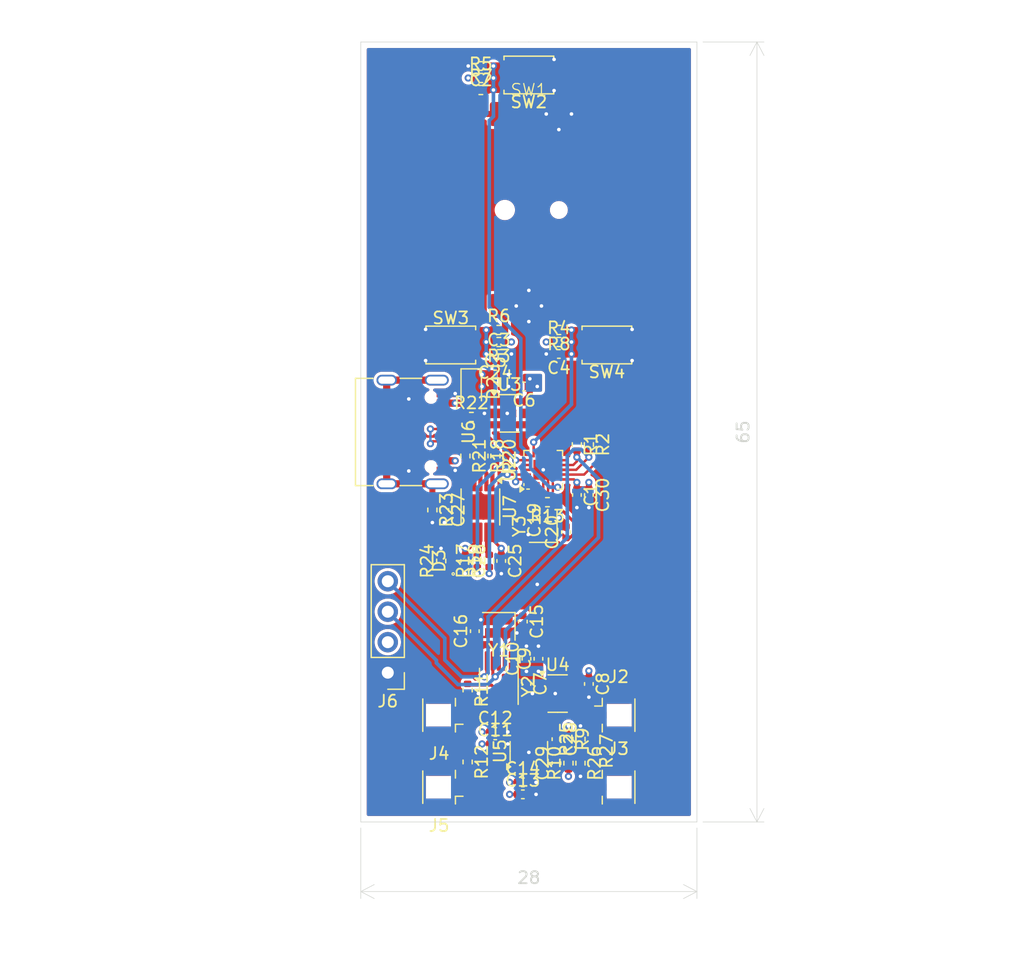
<source format=kicad_pcb>
(kicad_pcb (version 20241229) (generator "pcbnew") (generator_version "9.0")
  (layers (0 "F.Cu" signal) (4 "In1.Cu" signal) (6 "In2.Cu" signal) (2 "B.Cu" signal) (13 "F.Paste" user) (15 "B.Paste" user) (5 "F.SilkS" user "F.Silkscreen") (7 "B.SilkS" user "B.Silkscreen") (1 "F.Mask" user) (3 "B.Mask" user) (25 "Edge.Cuts" user))
  (net 0 "")
  (net 1 "GND")
  (net 2 "+5V")
  (net 3 "/A")
  (net 4 "/B")
  (net 5 "+3V3")
  (net 6 "+1V8")
  (net 7 "Net-(Y2-XA)")
  (net 8 "Net-(Y2-XB)")
  (net 9 "Net-(U2-PA1)")
  (net 10 "Net-(C20-Pad1)")
  (net 11 "Net-(U2-PA2)")
  (net 15 "Net-(U6-SHIELD)")
  (net 16 "Net-(D2-A)")
  (net 17 "Net-(D3-K)")
  (net 18 "Net-(D3-A)")
  (net 19 "/SDA")
  (net 24 "Net-(J2-In)")
  (net 25 "Net-(J3-In)")
  (net 26 "Net-(J4-In)")
  (net 27 "Net-(J5-In)")
  (net 28 "/SCL")
  (net 29 "/I2C_EN")
  (net 30 "Net-(R6-Pad2)")
  (net 31 "Net-(R7-Pad1)")
  (net 32 "Net-(R8-Pad2)")
  (net 33 "Net-(U5-Y)")
  (net 34 "Net-(U5-Z)")
  (net 35 "Net-(Y2-CLK1)")
  (net 36 "Net-(Y2-CLK2)")
  (net 37 "/UART/TX")
  (net 38 "/RX")
  (net 39 "/UART/UD_N")
  (net 40 "/UART/USB_N")
  (net 41 "/TX")
  (net 42 "/UART/RX")
  (net 43 "/UART/USB_P")
  (net 44 "/UART/UD_P")
  (net 45 "Net-(U6-CC2)")
  (net 46 "Net-(U6-CC1)")
  (net 47 "/BTN")
  (net 51 "Net-(U5-D)")
  (footprint "Capacitor_SMD:C_0402_1005Metric" (layer "F.Cu") (at 101.799999 82.4 90)
    (property "Reference" "C9")
    (property "Value" "100n")
  )
  (footprint "Resistor_SMD:R_0402_1005Metric" (layer "F.Cu") (at 104.299999 91.1 90)
    (property "Reference" "R10")
    (property "Value" "2k2")
  )
  (footprint "Resistor_SMD:R_0402_1005Metric" (layer "F.Cu") (at 103.5 56)
    (property "Reference" "R4")
    (property "Value" "10k")
  )
  (footprint "Capacitor_SMD:C_0402_1005Metric" (layer "F.Cu") (at 98.2 58.709998)
    (property "Reference" "C5")
    (property "Value" "1u")
  )
  (footprint "Capacitor_SMD:C_0402_1005Metric" (layer "F.Cu") (at 103.5 57 180)
    (property "Reference" "C4")
    (property "Value" "10n")
  )
  (footprint "Package_DFN_QFN:QFN-20-1EP_3x3mm_P0.4mm_EP1.65x1.65mm" (layer "F.Cu") (at 102.2 66.65 90)
    (property "Reference" "U2")
    (property "Value" "CH32V003FxUx")
  )
  (footprint "Capacitor_SMD:C_0402_1005Metric" (layer "F.Cu") (at 103.299999 89.1 -90)
    (property "Reference" "C28")
    (property "Value" "100n")
  )
  (footprint "Capacitor_SMD:C_0402_1005Metric" (layer "F.Cu") (at 100.799999 82.4 90)
    (property "Reference" "C10")
    (property "Value" "100n")
  )
  (footprint "Package_TO_SOT_SMD:SOT-23-5" (layer "F.Cu") (at 99.4 61.95)
    (property "Reference" "U3")
    (property "Value" "NCP163ASN330T1G")
  )
  (footprint "Button_Switch_SMD:SW_Push_SPST_NO_Alps_SKRK" (layer "F.Cu") (at 94.5 56.25)
    (property "Reference" "SW3")
    (property "Value" "SW_Push")
  )
  (footprint "Resistor_SMD:R_0402_1005Metric" (layer "F.Cu") (at 97.7 74.25 90)
    (property "Reference" "R19")
    (property "Value" "0R")
  )
  (footprint "Capacitor_SMD:C_0402_1005Metric" (layer "F.Cu") (at 96.5 80.1 90)
    (property "Reference" "C16")
    (property "Value" "TBD")
  )
  (footprint "Resistor_SMD:R_0402_1005Metric" (layer "F.Cu") (at 95.899999 84.999999 -90)
    (property "Reference" "R11")
    (property "Value" "22R")
  )
  (footprint "Resistor_SMD:R_0402_1005Metric" (layer "F.Cu") (at 95.715 65.499999 -90)
    (property "Reference" "R21")
    (property "Value" "5k1")
  )
  (footprint "Button_Switch_SMD:SW_Push_SPST_NO_Alps_SKRK" (layer "F.Cu") (at 107.5 56.25 180)
    (property "Reference" "SW4")
    (property "Value" "SW_Push")
  )
  (footprint "Diode_SMD:D_SOD-323" (layer "F.Cu") (at 96.2 59.85 -90)
    (property "Reference" "D2")
    (property "Value" "MBR0530WS")
  )
  (footprint "Capacitor_SMD:C_0402_1005Metric" (layer "F.Cu") (at 98.2 59.71)
    (property "Reference" "C24")
    (property "Value" "4u7")
  )
  (footprint "Crystal:Crystal_SMD_2016-4Pin_2.0x1.6mm" (layer "F.Cu") (at 102.2 71.35 90)
    (property "Reference" "Y3")
    (property "Value" "24Mhz")
  )
  (footprint "Capacitor_SMD:C_0402_1005Metric" (layer "F.Cu") (at 100.8 84.5 -90)
    (property "Reference" "C7")
    (property "Value" "1u")
  )
  (footprint "Capacitor_SMD:C_0402_1005Metric" (layer "F.Cu") (at 98.2 88.5)
    (property "Reference" "C12")
    (property "Value" "100n")
  )
  (footprint "Resistor_SMD:R_0402_1005Metric" (layer "F.Cu") (at 104.299999 89.1 -90)
    (property "Reference" "R9")
    (property "Value" "2k2")
  )
  (footprint "Package_TO_SOT_SMD:SOT-23-5" (layer "F.Cu") (at 101 90.1 90)
    (property "Reference" "U5")
    (property "Value" "SN65LVDS1DBV")
  )
  (footprint "Capacitor_SMD:C_0402_1005Metric" (layer "F.Cu") (at 105 68.75 -90)
    (property "Reference" "C1")
    (property "Value" "1u")
  )
  (footprint "Capacitor_SMD:C_0402_1005Metric" (layer "F.Cu") (at 98.5 57)
    (property "Reference" "C3")
    (property "Value" "10n")
  )
  (footprint "Resistor_SMD:R_0402_1005Metric" (layer "F.Cu") (at 105.299999 89.1 90)
    (property "Reference" "R25")
    (property "Value" "4k7")
  )
  (footprint "Resistor_SMD:R_0402_1005Metric" (layer "F.Cu") (at 96.699999 74.25 90)
    (property "Reference" "R17")
    (property "Value" "0R")
  )
  (footprint "Connector_PinHeader_2.54mm:PinHeader_1x04_P2.54mm_Vertical" (layer "F.Cu") (at 89.25 83.56 180)
    (property "Reference" "J6")
    (property "Value" "Conn_01x04_Pin")
  )
  (footprint "Connector_Coaxial:U.FL_Hirose_U.FL-R-SMT-1_Vertical" (layer "F.Cu") (at 107.999999 87.100001)
    (property "Reference" "J2")
    (property "Value" "Conn_Coaxial")
  )
  (footprint "Capacitor_SMD:C_0402_1005Metric" (layer "F.Cu") (at 98.7 74.25 -90)
    (property "Reference" "C25")
    (property "Value" "100n")
  )
  (footprint "Capacitor_SMD:C_0402_1005Metric" (layer "F.Cu") (at 103.299999 91.1 90)
    (property "Reference" "C29")
    (property "Value" "100n")
  )
  (footprint "Resistor_SMD:R_0402_1005Metric" (layer "F.Cu") (at 93.7 74.25 90)
    (property "Reference" "R24")
    (property "Value" "4k7")
  )
  (footprint "Capacitor_SMD:C_0402_1005Metric" (layer "F.Cu") (at 95.7 74.25 -90)
    (property "Reference" "C26")
    (property "Value" "100n")
  )
  (footprint "Connector_Coaxial:U.FL_Hirose_U.FL-R-SMT-1_Vertical" (layer "F.Cu") (at 107.999999 93.1)
    (property "Reference" "J3")
    (property "Value" "Conn_Coaxial")
  )
  (footprint "Resistor_SMD:R_0402_1005Metric" (layer "F.Cu") (at 92.965 69.999999 -90)
    (property "Reference" "R23")
    (property "Value" "330R")
  )
  (footprint "Resistor_SMD:R_0402_1005Metric" (layer "F.Cu") (at 98.215 65.499999 -90)
    (property "Reference" "R20")
    (property "Value" "22R")
  )
  (footprint "Resistor_SMD:R_0402_1005Metric" (layer "F.Cu") (at 102.55 69.35 180)
    (property "Reference" "R13")
    (property "Value" "1k")
  )
  (footprint "PrjLib:EC11_SMD" (layer "F.Cu") (at 101 45)
    (property "Reference" "SW1")
    (property "Value" "RotaryEncoder_Switch_MP")
  )
  (footprint "Capacitor_SMD:C_0402_1005Metric" (layer "F.Cu") (at 104.1 71.85 90)
    (property "Reference" "C20")
    (property "Value" "10p")
  )
  (footprint "Connector_USB:USB_C_Receptacle_Palconn_UTC16-G" (layer "F.Cu") (at 91.4 63.5 -90)
    (property "Reference" "U6")
    (property "Value" "TYPE-C 16PIN 2MD(073)_C2765186")
  )
  (footprint "Diode_SMD:D_0402_1005Metric" (layer "F.Cu") (at 94.7 74.240001 90)
    (property "Reference" "D3")
    (property "Value" "LED")
  )
  (footprint "Resistor_SMD:R_0402_1005Metric" (layer "F.Cu") (at 96.215 62.25)
    (property "Reference" "R22")
    (property "Value" "5k1")
  )
  (footprint "Capacitor_SMD:C_0402_1005Metric" (layer "F.Cu") (at 100.499999 93.7)
    (property "Reference" "C13")
    (property "Value" "100n")
  )
  (footprint "Connector_Coaxial:U.FL_Hirose_U.FL-R-SMT-1_Vertical" (layer "F.Cu") (at 93.999999 87.1 180)
    (property "Reference" "J4")
    (property "Value" "Conn_Coaxial")
  )
  (footprint "Capacitor_SMD:C_0402_1005Metric" (layer "F.Cu") (at 98.2 89.5)
    (property "Reference" "C11")
    (property "Value" "100n")
  )
  (footprint "Capacitor_SMD:C_0402_1005Metric" (layer "F.Cu") (at 97 33 180)
    (property "Reference" "C2")
    (property "Value" "10n")
  )
  (footprint "Resistor_SMD:R_0402_1005Metric" (layer "F.Cu") (at 98.5 55)
    (property "Reference" "R6")
    (property "Value" "1k")
  )
  (footprint "Resistor_SMD:R_0402_1005Metric" (layer "F.Cu") (at 106 64.55 -90)
    (property "Reference" "R2")
    (property "Value" "4k7")
  )
  (footprint "Package_SO:MSOP-10_3x3mm_P0.5mm" (layer "F.Cu") (at 98.499999 84.7 -90)
    (property "Reference" "Y2")
    (property "Value" "Si5351A-B-GT")
  )
  (footprint "Resistor_SMD:R_0402_1005Metric" (layer "F.Cu") (at 97 34)
    (property "Reference" "R5")
    (property "Value" "10k")
  )
  (footprint "Capacitor_SMD:C_0402_1005Metric" (layer "F.Cu") (at 93.965 70 -90)
    (property "Reference" "C27")
    (property "Value" "100n")
  )
  (footprint "Capacitor_SMD:C_0402_1005Metric" (layer "F.Cu") (at 106 68.75 -90)
    (property "Reference" "C30")
    (property "Value" "1u")
  )
  (footprint "Resistor_SMD:R_0402_1005Metric" (layer "F.Cu") (at 103.5 55 180)
    (property "Reference" "R8")
    (property "Value" "1k")
  )
  (footprint "Resistor_SMD:R_0402_1005Metric" (layer "F.Cu") (at 106.3 90.1 -90)
    (property "Reference" "R27")
    (property "Value" "100R")
  )
  (footprint "Capacitor_SMD:C_0402_1005Metric" (layer "F.Cu") (at 100.300001 70.849999 -90)
    (property "Reference" "C19")
    (property "Value" "10p")
  )
  (footprint "Resistor_SMD:R_0402_1005Metric" (layer "F.Cu") (at 97.215 65.5 -90)
    (property "Reference" "R18")
    (property "Value" "22R")
  )
  (footprint "Capacitor_SMD:C_0402_1005Metric" (layer "F.Cu") (at 100.5 79.3 -90)
    (property "Reference" "C15")
    (property "Value" "TBD")
  )
  (footprint "Capacitor_SMD:C_0402_1005Metric" (layer "F.Cu") (at 100.499999 92.7)
    (property "Reference" "C14")
    (property "Value" "100n")
  )
  (footprint "Crystal:Crystal_SMD_2016-4Pin_2.0x1.6mm" (layer "F.Cu") (at 98.499999 79.7 180)
    (property "Reference" "Y1")
    (property "Value" "25MHz")
  )
  (footprint "Resistor_SMD:R_0402_1005Metric" (layer "F.Cu") (at 105 64.55 -90)
    (property "Reference" "R1")
    (property "Value" "4k7")
  )
  (footprint "Resistor_SMD:R_0402_1005Metric" (layer "F.Cu") (at 97 35)
    (property "Reference" "R7")
    (property "Value" "1k")
  )
  (footprint "Capacitor_SMD:C_0402_1005Metric" (layer "F.Cu") (at 105.999998 84.5 -90)
    (property "Reference" "C8")
    (property "Value" "1u")
  )
  (footprint "Resistor_SMD:R_0402_1005Metric" (layer "F.Cu") (at 105.299999 91.1 -90)
    (property "Reference" "R26")
    (property "Value" "4k7")
  )
  (footprint "Connector_Coaxial:U.FL_Hirose_U.FL-R-SMT-1_Vertical" (layer "F.Cu") (at 93.999999 93.1 180)
    (property "Reference" "J5")
    (property "Value" "Conn_Coaxial")
  )
  (footprint "Package_SO:MSOP-10_3x3mm_P0.5mm" (layer "F.Cu") (at 96.965 69.75 -90)
    (property "Reference" "U7")
    (property "Value" "CH340E")
  )
  (footprint "Resistor_SMD:R_0402_1005Metric" (layer "F.Cu") (at 95.899999 91 -90)
    (property "Reference" "R12")
    (property "Value" "22R")
  )
  (footprint "Package_TO_SOT_SMD:SOT-23-5" (layer "F.Cu") (at 103.4 85.3)
    (property "Reference" "U4")
    (property "Value" "NCP163ASN180T1G")
  )
  (footprint "Resistor_SMD:R_0402_1005Metric" (layer "F.Cu") (at 98.5 56 180)
    (property "Reference" "R3")
    (property "Value" "10k")
  )
  (footprint "Button_Switch_SMD:SW_Push_SPST_NO_Alps_SKRK" (layer "F.Cu") (at 101 33.75 180)
    (property "Reference" "SW2")
    (property "Value" "SW_Push")
  )
  (footprint "Capacitor_SMD:C_0402_1005Metric" (layer "F.Cu") (at 100.6 59.71 180)
    (property "Reference" "C6")
    (property "Value" "1u")
  )
  (gr_line (start 101 31) (end 115 31) (stroke (width 0.05)) (layer "Edge.Cuts"))
  (gr_line (start 101 31) (end 87 31) (stroke (width 0.05)) (layer "Edge.Cuts"))
  (gr_line (start 87 31) (end 87 96) (stroke (width 0.05)) (layer "Edge.Cuts"))
  (gr_line (start 115 31) (end 115 76.8) (stroke (width 0.05)) (layer "Edge.Cuts"))
  (gr_line (start 87 96) (end 115 96) (stroke (width 0.05)) (layer "Edge.Cuts"))
  (gr_line (start 115 76.8) (end 115 96) (stroke (width 0.05)) (layer "Edge.Cuts"))
  (dimension (type orthogonal) (layer "Edge.Cuts") (pts (xy 115 96) (xy 87 96)) (height 5.8) (orientation 0) (format (prefix "") (suffix "") (units 3) (units_format 0) (precision 4) (suppress_zeroes yes)) (style (thickness 0.05) (arrow_length 1.27) (text_position_mode 0) (arrow_direction outward) (extension_height 0.58642) (extension_offset 0.5) (keep_text_aligned yes)) (gr_text "28" (at 101 100.65 0) (layer "Edge.Cuts") (effects (font (size 1 1) (thickness 0.15)))))
  (dimension (type orthogonal) (layer "Edge.Cuts") (pts (xy 115 96) (xy 115 31)) (height 5) (orientation 1) (format (prefix "") (suffix "") (units 3) (units_format 0) (precision 4) (suppress_zeroes yes)) (style (thickness 0.05) (arrow_length 1.27) (text_position_mode 0) (arrow_direction outward) (extension_height 0.58642) (extension_offset 0.5) (keep_text_aligned yes)) (gr_text "65" (at 118.85 63.5 90) (layer "Edge.Cuts") (effects (font (size 1 1) (thickness 0.15)))))
  (segment (start 101 53) (end 101 51.7) (width 0.5) (layer "F.Cu") (net 1))
  (segment (start 109.6 56.25) (end 109.6 57.55) (width 0.5) (layer "F.Cu") (net 1))
  (segment (start 103.5 37) (end 102.45 37) (width 0.5) (layer "F.Cu") (net 1))
  (segment (start 103.5 37) (end 104.55 37) (width 0.5) (layer "F.Cu") (net 1))
  (segment (start 101 53) (end 99.95 53) (width 0.5) (layer "F.Cu") (net 1))
  (segment (start 97 79.15) (end 96.53 79.62) (width 0.5) (layer "F.Cu") (net 1))
  (segment (start 102.6 68.1) (end 102.6 67.05) (width 0.2) (layer "F.Cu") (net 1))
  (segment (start 103.5 37) (end 103.5 38.3) (width 0.5) (layer "F.Cu") (net 1))
  (segment (start 102.262499 85.3) (end 101.3 85.3) (width 0.25) (layer "F.Cu") (net 1))
  (segment (start 95.7 74.730001) (end 95.7 75.299999) (width 0.25) (layer "F.Cu") (net 1))
  (segment (start 101.8 81.92) (end 101.799999 81.350001) (width 0.5) (layer "F.Cu") (net 1))
  (segment (start 100 80.25) (end 100.03 80.25) (width 0.5) (layer "F.Cu") (net 1))
  (segment (start 93.91 60.3) (end 94.865 60.3) (width 0.6) (layer "F.Cu") (net 1))
  (segment (start 100.300001 71.400001) (end 100.95 72.05) (width 0.3) (layer "F.Cu") (net 1))
  (segment (start 103.1 33.75) (end 103.1 35.05) (width 0.5) (layer "F.Cu") (net 1))
  (segment (start 98.2625 61.95) (end 97.3 61.95) (width 0.5) (layer "F.Cu") (net 1))
  (segment (start 100 80.25) (end 99.524999 80.25) (width 0.5) (layer "F.Cu") (net 1))
  (segment (start 105.299999 88.590001) (end 105.299999 88) (width 0.3) (layer "F.Cu") (net 1))
  (segment (start 103.02 57) (end 102.45 57) (width 0.5) (layer "F.Cu") (net 1))
  (segment (start 93.965 71.05) (end 93.965 70.48) (width 0.5) (layer "F.Cu") (net 1))
  (segment (start 94.865 66.7) (end 93.91 66.7) (width 0.6) (layer "F.Cu") (net 1))
  (segment (start 106 84.98) (end 106.000001 85.6) (width 0.5) (layer "F.Cu") (net 1))
  (segment (start 103.5 70.65) (end 103.5 70.77) (width 0.25) (layer "F.Cu") (net 1))
  (segment (start 103.1 36.6) (end 103.5 37) (width 0.5) (layer "F.Cu") (net 1))
  (segment (start 100.979999 92.7) (end 101.599999 92.7) (width 0.25) (layer "F.Cu") (net 1))
  (segment (start 98.7 75.3) (end 98.708058 75.308058) (width 0.25) (layer "F.Cu") (net 1))
  (segment (start 100.300001 71.329999) (end 100.300001 71.400001) (width 0.3) (layer "F.Cu") (net 1))
  (segment (start 98.7 74.73) (end 98.7 75.3) (width 0.25) (layer "F.Cu") (net 1))
  (segment (start 103.5 70.77) (end 104.1 71.37) (width 0.25) (layer "F.Cu") (net 1))
  (segment (start 101 53) (end 101 54.3) (width 0.5) (layer "F.Cu") (net 1))
  (segment (start 95.7 74.73) (end 95.7 75.299999) (width 0.5) (layer "F.Cu") (net 1))
  (segment (start 102.6 67.05) (end 102.2 66.65) (width 0.2) (layer "F.Cu") (net 1))
  (segment (start 92.965 71.05) (end 92.965 70.509998) (width 0.5) (layer "F.Cu") (net 1))
  (segment (start 106 69.23) (end 106 69.8) (width 0.5) (layer "F.Cu") (net 1))
  (segment (start 98.2625 61.95) (end 99.2 61.95) (width 0.5) (layer "F.Cu") (net 1))
  (segment (start 100.799999 81.35) (end 100.799999 81.92) (width 0.5) (layer "F.Cu") (net 1))
  (segment (start 101 91.2375) (end 100.999999 90.2) (width 0.25) (layer "F.Cu") (net 1))
  (segment (start 97 79.15) (end 97.474999 79.15) (width 0.5) (layer "F.Cu") (net 1))
  (segment (start 105 69.23) (end 105 69.8) (width 0.5) (layer "F.Cu") (net 1))
  (segment (start 102.262499 85.3) (end 103.200001 85.3) (width 0.25) (layer "F.Cu") (net 1))
  (segment (start 100.979999 93.7) (end 101.599999 93.7) (width 0.25) (layer "F.Cu") (net 1))
  (segment (start 93.685 73.2) (end 93.685 73.725001) (width 0.5) (layer "F.Cu") (net 1))
  (segment (start 98.499999 86.8125) (end 98.499999 88.32) (width 0.25) (layer "F.Cu") (net 1))
  (segment (start 98.679999 88.5) (end 99.25 88.500001) (width 0.25) (layer "F.Cu") (net 1))
  (segment (start 98.499999 88.32) (end 98.679999 88.5) (width 0.25) (layer "F.Cu") (net 1))
  (segment (start 105.299999 91.609999) (end 105.299999 92.2) (width 0.3) (layer "F.Cu") (net 1))
  (segment (start 109.6 56.25) (end 109.6 54.95) (width 0.5) (layer "F.Cu") (net 1))
  (segment (start 92.4 56.25) (end 92.4 57.55) (width 0.5) (layer "F.Cu") (net 1))
  (segment (start 97.474999 79.15) (end 97.624999 79) (width 0.5) (layer "F.Cu") (net 1))
  (segment (start 98.682893 89.497106) (end 98.679999 89.5) (width 0.25) (layer "F.Cu") (net 1))
  (segment (start 92.4 56.25) (end 92.4 54.95) (width 0.5) (layer "F.Cu") (net 1))
  (segment (start 93.685 73.725001) (end 93.7 73.740001) (width 0.5) (layer "F.Cu") (net 1))
  (segment (start 103.1 33.75) (end 103.1 32.45) (width 0.5) (layer "F.Cu") (net 1))
  (segment (start 102.75 70.65) (end 103.5 70.65) (width 0.25) (layer "F.Cu") (net 1))
  (segment (start 99.250054 89.497106) (end 98.682893 89.497106) (width 0.25) (layer "F.Cu") (net 1))
  (segment (start 100.03 80.25) (end 100.5 79.78) (width 0.5) (layer "F.Cu") (net 1))
  (segment (start 99.524999 80.25) (end 99.374999 80.4) (width 0.5) (layer "F.Cu") (net 1))
  (segment (start 96.53 79.62) (end 96.5 79.62) (width 0.5) (layer "F.Cu") (net 1))
  (segment (start 98.98 57) (end 99.55 57) (width 0.5) (layer "F.Cu") (net 1))
  (segment (start 104.17 71.33) (end 104.1 71.33) (width 0.2) (layer "F.Cu") (net 1))
  (segment (start 98.679999 88.5) (end 98.679999 89.5) (width 0.25) (layer "F.Cu") (net 1))
  (segment (start 101 53) (end 102.05 53) (width 0.5) (layer "F.Cu") (net 1))
  (segment (start 100.95 72.05) (end 101.65 72.05) (width 0.3) (layer "F.Cu") (net 1))
  (segment (start 96.52 33) (end 95.95 33) (width 0.5) (layer "F.Cu") (net 1))
  (via (at 94.865 60.3) (size 0.6) (drill 0.3) (layers "F.Cu" "B.Cu") (net 1))
  (via (at 93.965 71.05) (size 0.6) (drill 0.3) (layers "F.Cu" "B.Cu") (net 1))
  (via (at 99.25 88.500001) (size 0.6) (drill 0.3) (layers "F.Cu" "B.Cu") (net 1))
  (via (at 92.4 54.95) (size 0.6) (drill 0.3) (layers "F.Cu" "B.Cu") (net 1))
  (via (at 94.865 66.7) (size 0.6) (drill 0.3) (layers "F.Cu" "B.Cu") (net 1))
  (via (at 100.95 72.05) (size 0.6) (drill 0.3) (layers "F.Cu" "B.Cu") (net 1))
  (via (at 109.6 57.55) (size 0.6) (drill 0.3) (layers "F.Cu" "B.Cu") (net 1))
  (via (at 106 69.8) (size 0.6) (drill 0.3) (layers "F.Cu" "B.Cu") (net 1))
  (via (at 105 69.8) (size 0.6) (drill 0.3) (layers "F.Cu" "B.Cu") (net 1))
  (via (at 101.3 85.3) (size 0.6) (drill 0.3) (layers "F.Cu" "B.Cu") (net 1))
  (via (at 99.55 57) (size 0.6) (drill 0.3) (layers "F.Cu" "B.Cu") (net 1))
  (via (at 97 79.15) (size 0.6) (drill 0.3) (layers "F.Cu" "B.Cu") (net 1))
  (via (at 99.95 53) (size 0.6) (drill 0.3) (layers "F.Cu" "B.Cu") (net 1))
  (via (at 92.965 71.05) (size 0.6) (drill 0.3) (layers "F.Cu" "B.Cu") (net 1))
  (via (at 99.3 59.71) (size 0.6) (drill 0.3) (layers "F.Cu" "B.Cu") (net 1))
  (via (at 101 51.7) (size 0.6) (drill 0.3) (layers "F.Cu" "B.Cu") (net 1))
  (via (at 101 54.3) (size 0.6) (drill 0.3) (layers "F.Cu" "B.Cu") (net 1))
  (via (at 91 60.75) (size 0.6) (drill 0.3) (layers "F.Cu" "B.Cu") (net 1))
  (via (at 102.05 53) (size 0.6) (drill 0.3) (layers "F.Cu" "B.Cu") (net 1))
  (via (at 106.000001 85.6) (size 0.6) (drill 0.3) (layers "F.Cu" "B.Cu") (net 1))
  (via (at 99.250054 89.497106) (size 0.6) (drill 0.3) (layers "F.Cu" "B.Cu") (net 1))
  (via (at 95.95 33) (size 0.6) (drill 0.3) (layers "F.Cu" "B.Cu") (net 1))
  (via (at 105.299999 92.2) (size 0.6) (drill 0.3) (layers "F.Cu" "B.Cu") (net 1))
  (via (at 109.6 54.95) (size 0.6) (drill 0.3) (layers "F.Cu" "B.Cu") (net 1))
  (via (at 91 66.75) (size 0.6) (drill 0.3) (layers "F.Cu" "B.Cu") (net 1))
  (via (at 95.7 75.299999) (size 0.6) (drill 0.3) (layers "F.Cu" "B.Cu") (net 1))
  (via (at 98.708058 75.308058) (size 0.6) (drill 0.3) (layers "F.Cu" "B.Cu") (net 1))
  (via (at 103.200001 85.3) (size 0.6) (drill 0.3) (layers "F.Cu" "B.Cu") (net 1))
  (via (at 103.1 32.45) (size 0.6) (drill 0.3) (layers "F.Cu" "B.Cu") (net 1))
  (via (at 99.2 61.95) (size 0.6) (drill 0.3) (layers "F.Cu" "B.Cu") (net 1))
  (via (at 99.3 58.709998) (size 0.6) (drill 0.3) (layers "F.Cu" "B.Cu") (net 1))
  (via (at 101.7 76.2) (size 0.6) (drill 0.3) (layers "F.Cu" "B.Cu") (net 1))
  (via (at 97.3 61.95) (size 0.6) (drill 0.3) (layers "F.Cu" "B.Cu") (net 1))
  (via (at 100 80.25) (size 0.6) (drill 0.3) (layers "F.Cu" "B.Cu") (net 1))
  (via (at 102.2 66.65) (size 0.6) (drill 0.3) (layers "F.Cu" "B.Cu") (net 1))
  (via (at 105.299999 88) (size 0.6) (drill 0.3) (layers "F.Cu" "B.Cu") (net 1))
  (via (at 92.4 57.55) (size 0.6) (drill 0.3) (layers "F.Cu" "B.Cu") (net 1))
  (via (at 103.5 38.3) (size 0.6) (drill 0.3) (layers "F.Cu" "B.Cu") (net 1))
  (via (at 100.799999 81.35) (size 0.6) (drill 0.3) (layers "F.Cu" "B.Cu") (net 1))
  (via (at 103.1 35.05) (size 0.6) (drill 0.3) (layers "F.Cu" "B.Cu") (net 1))
  (via (at 100.999999 90.2) (size 0.6) (drill 0.3) (layers "F.Cu" "B.Cu") (net 1))
  (via (at 102.45 57) (size 0.6) (drill 0.3) (layers "F.Cu" "B.Cu") (net 1))
  (via (at 103.5 70.65) (size 0.6) (drill 0.3) (layers "F.Cu" "B.Cu") (net 1))
  (via (at 101.799999 81.350001) (size 0.6) (drill 0.3) (layers "F.Cu" "B.Cu") (net 1))
  (via (at 104.55 37) (size 0.6) (drill 0.3) (layers "F.Cu" "B.Cu") (net 1))
  (via (at 96.8 85.3) (size 0.6) (drill 0.3) (layers "F.Cu" "B.Cu") (net 1))
  (via (at 101.599999 92.7) (size 0.6) (drill 0.3) (layers "F.Cu" "B.Cu") (net 1))
  (via (at 102.45 37) (size 0.6) (drill 0.3) (layers "F.Cu" "B.Cu") (net 1))
  (via (at 93.685 73.2) (size 0.6) (drill 0.3) (layers "F.Cu" "B.Cu") (net 1))
  (via (at 101.599999 93.7) (size 0.6) (drill 0.3) (layers "F.Cu" "B.Cu") (net 1))
  (segment (start 97.1 58.709998) (end 97.72 58.709998) (width 0.5) (layer "F.Cu") (net 2))
  (segment (start 97.719996 59.71) (end 97.719998 59.709998) (width 0.5) (layer "F.Cu") (net 2))
  (segment (start 98.2625 61.000001) (end 99.135299 61.000001) (width 0.25) (layer "F.Cu") (net 2))
  (segment (start 99.826 62.209298) (end 99.135299 62.899999) (width 0.25) (layer "F.Cu") (net 2))
  (segment (start 97.1 59.71) (end 97.719996 59.71) (width 0.5) (layer "F.Cu") (net 2))
  (segment (start 99.826 61.690702) (end 99.826 62.209298) (width 0.25) (layer "F.Cu") (net 2))
  (segment (start 99.135299 62.899999) (end 98.2625 62.899999) (width 0.25) (layer "F.Cu") (net 2))
  (segment (start 99.135299 61.000001) (end 99.826 61.690702) (width 0.25) (layer "F.Cu") (net 2))
  (via (at 97.1 58.709998) (size 0.6) (drill 0.3) (layers "F.Cu" "B.Cu") (net 2))
  (via (at 97.1 59.71) (size 0.6) (drill 0.3) (layers "F.Cu" "B.Cu") (net 2))
  (segment (start 98.02 57) (end 97.45 57) (width 0.5) (layer "F.Cu") (net 3))
  (segment (start 97.990001 56) (end 97.45 56) (width 0.5) (layer "F.Cu") (net 3))
  (segment (start 97.990001 55) (end 97.45 55) (width 0.5) (layer "F.Cu") (net 3))
  (segment (start 100.75 65.85) (end 99.9 65.85) (width 0.2) (layer "F.Cu") (net 3))
  (via (at 99.9 65.85) (size 0.6) (drill 0.3) (layers "F.Cu" "B.Cu") (net 3))
  (via (at 97.45 56) (size 0.6) (drill 0.3) (layers "F.Cu" "B.Cu") (net 3))
  (via (at 97.45 57) (size 0.6) (drill 0.3) (layers "F.Cu" "B.Cu") (net 3))
  (via (at 97.45 55) (size 0.6) (drill 0.3) (layers "F.Cu" "B.Cu") (net 3))
  (segment (start 97.45 57) (end 97.45 55) (width 0.3) (layer "B.Cu") (net 3))
  (segment (start 98.2 64.15) (end 98.2 57.75) (width 0.3) (layer "B.Cu") (net 3))
  (segment (start 98.2 57.75) (end 97.45 57) (width 0.3) (layer "B.Cu") (net 3))
  (segment (start 99.9 65.85) (end 98.2 64.15) (width 0.3) (layer "B.Cu") (net 3))
  (segment (start 101.4 65.2) (end 101.4 64.35) (width 0.2) (layer "F.Cu") (net 4))
  (segment (start 104.009999 56) (end 104.55 56) (width 0.5) (layer "F.Cu") (net 4))
  (segment (start 104.009999 55) (end 104.55 55) (width 0.5) (layer "F.Cu") (net 4))
  (segment (start 103.98 57) (end 104.55 57) (width 0.5) (layer "F.Cu") (net 4))
  (via (at 104.55 57) (size 0.6) (drill 0.3) (layers "F.Cu" "B.Cu") (net 4))
  (via (at 104.55 55) (size 0.6) (drill 0.3) (layers "F.Cu" "B.Cu") (net 4))
  (via (at 104.55 56) (size 0.6) (drill 0.3) (layers "F.Cu" "B.Cu") (net 4))
  (via (at 101.4 64.35) (size 0.6) (drill 0.3) (layers "F.Cu" "B.Cu") (net 4))
  (segment (start 101.4 64.35) (end 104.55 61.2) (width 0.3) (layer "B.Cu") (net 4))
  (segment (start 104.55 61.2) (end 104.55 55) (width 0.3) (layer "B.Cu") (net 4))
  (segment (start 106 68.27) (end 106 67.7) (width 0.5) (layer "F.Cu") (net 5))
  (segment (start 97.9825 72.48) (end 97.9825 71.8625) (width 0.25) (layer "F.Cu") (net 5))
  (segment (start 96.49 34) (end 95.95 34) (width 0.5) (layer "F.Cu") (net 5))
  (segment (start 96.465001 71.8625) (end 96.465001 72.764306) (width 0.25) (layer "F.Cu") (net 5))
  (segment (start 97.9825 71.8625) (end 97.965 71.8625) (width 0.2) (layer "F.Cu") (net 5))
  (segment (start 98.7 73.77) (end 98.7 73.2) (width 0.5) (layer "F.Cu") (net 5))
  (segment (start 102.749998 84.35) (end 102.2625 84.350001) (width 0.3) (layer "F.Cu") (net 5))
  (segment (start 102.990001 56) (end 102.45 56) (width 0.5) (layer "F.Cu") (net 5))
  (segment (start 103.826 85.040702) (end 103.826 85.559298) (width 0.25) (layer "F.Cu") (net 5))
  (segment (start 95.7 73.77) (end 95.709307 73.77) (width 0.25) (layer "F.Cu") (net 5))
  (segment (start 98.7 73.2) (end 97.98 72.48) (width 0.25) (layer "F.Cu") (net 5))
  (segment (start 101.7 59.71) (end 101.08 59.71) (width 0.5) (layer "F.Cu") (net 5))
  (segment (start 103.826 85.559298) (end 103.135299 86.249999) (width 0.25) (layer "F.Cu") (net 5))
  (segment (start 100.019999 91.267501) (end 100.05 91.2375) (width 0.25) (layer "F.Cu") (net 5))
  (segment (start 100.8 84.02) (end 101.932499 84.02) (width 0.5) (layer "F.Cu") (net 5))
  (segment (start 101.08 59.07) (end 101.08 59.71) (width 0.5) (layer "F.Cu") (net 5))
  (segment (start 104.75 67.45) (end 105 67.7) (width 0.2) (layer "F.Cu") (net 5))
  (segment (start 101.08 59.71) (end 101.08 60.457501) (width 0.5) (layer "F.Cu") (net 5))
  (segment (start 103.135299 84.350001) (end 103.826 85.040702) (width 0.25) (layer "F.Cu") (net 5))
  (segment (start 103.65 67.45) (end 104.75 67.45) (width 0.2) (layer "F.Cu") (net 5))
  (segment (start 99.009999 56) (end 99.55 56) (width 0.5) (layer "F.Cu") (net 5))
  (segment (start 100.019999 92.700001) (end 99.399999 92.7) (width 0.25) (layer "F.Cu") (net 5))
  (segment (start 98.75 73.2) (end 98.7 73.2) (width 0.25) (layer "F.Cu") (net 5))
  (segment (start 105 68.27) (end 105 67.7) (width 0.5) (layer "F.Cu") (net 5))
  (segment (start 100.019999 93.699999) (end 99.399999 93.7) (width 0.25) (layer "F.Cu") (net 5))
  (segment (start 103.135299 86.249999) (end 102.2625 86.249999) (width 0.25) (layer "F.Cu") (net 5))
  (segment (start 101.932499 84.02) (end 102.2625 84.350001) (width 0.5) (layer "F.Cu") (net 5))
  (segment (start 102.2625 84.350001) (end 103.135299 84.350001) (width 0.25) (layer "F.Cu") (net 5))
  (segment (start 100.019999 93.699999) (end 100.019999 91.267501) (width 0.25) (layer "F.Cu") (net 5))
  (segment (start 97.965 72.48) (end 97.965 71.8625) (width 0.25) (layer "F.Cu") (net 5))
  (segment (start 101.08 60.457501) (end 100.5375 61.000001) (width 0.5) (layer "F.Cu") (net 5))
  (segment (start 106 68.27) (end 105 68.27) (width 0.5) (layer "F.Cu") (net 5))
  (segment (start 96.029307 73.2) (end 95.7 73.2) (width 0.25) (layer "F.Cu") (net 5))
  (segment (start 97.98 72.48) (end 97.965 72.48) (width 0.25) (layer "F.Cu") (net 5))
  (segment (start 95.7 73.2) (end 95.7 73.77) (width 0.5) (layer "F.Cu") (net 5))
  (segment (start 96.465001 72.764306) (end 96.029307 73.2) (width 0.25) (layer "F.Cu") (net 5))
  (via (at 100.799999 83.45) (size 0.6) (drill 0.3) (layers "F.Cu" "B.Cu") (net 5))
  (via (at 101.7 59.71) (size 0.6) (drill 0.3) (layers "F.Cu" "B.Cu") (net 5))
  (via (at 99.399999 93.7) (size 0.6) (drill 0.3) (layers "F.Cu" "B.Cu") (net 5))
  (via (at 95.95 34) (size 0.6) (drill 0.3) (layers "F.Cu" "B.Cu") (net 5))
  (via (at 101.799999 83.45) (size 0.6) (drill 0.3) (layers "F.Cu" "B.Cu") (net 5))
  (via (at 102.45 56) (size 0.6) (drill 0.3) (layers "F.Cu" "B.Cu") (net 5))
  (via (at 98.7 73.2) (size 0.6) (drill 0.3) (layers "F.Cu" "B.Cu") (net 5))
  (via (at 99.55 56) (size 0.6) (drill 0.3) (layers "F.Cu" "B.Cu") (net 5))
  (via (at 105 67.7) (size 0.6) (drill 0.3) (layers "F.Cu" "B.Cu") (net 5))
  (via (at 101.08 59.07) (size 0.6) (drill 0.3) (layers "F.Cu" "B.Cu") (net 5))
  (via (at 106 67.7) (size 0.6) (drill 0.3) (layers "F.Cu" "B.Cu") (net 5))
  (via (at 99.399999 92.7) (size 0.6) (drill 0.3) (layers "F.Cu" "B.Cu") (net 5))
  (via (at 95.7 73.2) (size 0.6) (drill 0.3) (layers "F.Cu" "B.Cu") (net 5))
  (segment (start 104.299999 91.61) (end 104.299999 92.2) (width 0.3) (layer "F.Cu") (net 6))
  (segment (start 104.5375 84.350001) (end 104.8675 84.02) (width 0.5) (layer "F.Cu") (net 6))
  (segment (start 106 84.02) (end 106.000001 83.4) (width 0.5) (layer "F.Cu") (net 6))
  (segment (start 97.719998 89.5) (end 97.099999 89.5) (width 0.25) (layer "F.Cu") (net 6))
  (segment (start 97.719999 88.500001) (end 97.719998 89.5) (width 0.25) (layer "F.Cu") (net 6))
  (segment (start 104.8675 84.02) (end 106 84.02) (width 0.5) (layer "F.Cu") (net 6))
  (segment (start 97.999999 86.8125) (end 97.999999 88.22) (width 0.25) (layer "F.Cu") (net 6))
  (segment (start 104.299999 88.59) (end 104.299999 88) (width 0.3) (layer "F.Cu") (net 6))
  (segment (start 97.999999 88.22) (end 97.719999 88.500001) (width 0.25) (layer "F.Cu") (net 6))
  (segment (start 97.719999 88.500001) (end 97.099999 88.5) (width 0.25) (layer "F.Cu") (net 6))
  (via (at 97.099999 88.5) (size 0.6) (drill 0.3) (layers "F.Cu" "B.Cu") (net 6))
  (via (at 104.299999 92.2) (size 0.6) (drill 0.3) (layers "F.Cu" "B.Cu") (net 6))
  (via (at 106.000001 83.4) (size 0.6) (drill 0.3) (layers "F.Cu" "B.Cu") (net 6))
  (via (at 97.099999 89.5) (size 0.6) (drill 0.3) (layers "F.Cu" "B.Cu") (net 6))
  (via (at 104.299999 88) (size 0.6) (drill 0.3) (layers "F.Cu" "B.Cu") (net 6))
  (segment (start 99.5 81) (end 98.999999 81.500001) (width 0.2) (layer "F.Cu") (net 7))
  (segment (start 101.111 79.431) (end 101.111 80.10655) (width 0.2) (layer "F.Cu") (net 7))
  (segment (start 99.574999 78.8) (end 99.374999 79) (width 0.2) (layer "F.Cu") (net 7))
  (segment (start 100.5 78.82) (end 100.48 78.8) (width 0.2) (layer "F.Cu") (net 7))
  (segment (start 99.374999 79.099999) (end 99.099999 79.1) (width 0.2) (layer "F.Cu") (net 7))
  (segment (start 100.5 78.82) (end 101.111 79.431) (width 0.2) (layer "F.Cu") (net 7))
  (segment (start 100.21755 81) (end 99.5 81) (width 0.2) (layer "F.Cu") (net 7))
  (segment (start 100.48 78.8) (end 99.574999 78.8) (width 0.2) (layer "F.Cu") (net 7))
  (segment (start 101.111 80.10655) (end 100.21755 81) (width 0.2) (layer "F.Cu") (net 7))
  (segment (start 98.999999 81.500001) (end 98.999999 82.5875) (width 0.2) (layer "F.Cu") (net 7))
  (segment (start 97.469999 80.58) (end 96.399999 80.58) (width 0.2) (layer "F.Cu") (net 8))
  (segment (start 98.499999 80.95) (end 97.799999 80.25) (width 0.2) (layer "F.Cu") (net 8))
  (segment (start 97.799999 80.25) (end 97.469999 80.58) (width 0.2) (layer "F.Cu") (net 8))
  (segment (start 98.499999 82.5875) (end 98.499999 80.95) (width 0.2) (layer "F.Cu") (net 8))
  (segment (start 101.46934 68.98066) (end 101.469001 68.98066) (width 0.2) (layer "F.Cu") (net 9))
  (segment (start 101.8 68.1) (end 101.8 68.65) (width 0.2) (layer "F.Cu") (net 9))
  (segment (start 100.300001 70.369999) (end 101.369999 70.369999) (width 0.2) (layer "F.Cu") (net 9))
  (segment (start 101.8 68.65) (end 101.46934 68.98066) (width 0.2) (layer "F.Cu") (net 9))
  (segment (start 101.369999 70.369999) (end 101.65 70.65) (width 0.2) (layer "F.Cu") (net 9))
  (segment (start 101.469001 70.469001) (end 101.65 70.65) (width 0.2) (layer "F.Cu") (net 9))
  (segment (start 101.469001 68.98066) (end 101.469001 70.469001) (width 0.2) (layer "F.Cu") (net 9))
  (segment (start 104.736 70.986) (end 104.736 72.003999) (width 0.25) (layer "F.Cu") (net 10))
  (segment (start 103.059999 69.35) (end 103.1 69.35) (width 0.25) (layer "F.Cu") (net 10))
  (segment (start 103.1 69.35) (end 104.736 70.986) (width 0.25) (layer "F.Cu") (net 10))
  (segment (start 103.82 72.05) (end 104.1 72.33) (width 0.2) (layer "F.Cu") (net 10))
  (segment (start 104.736 72.003999) (end 104.409999 72.33) (width 0.25) (layer "F.Cu") (net 10))
  (segment (start 104.409999 72.33) (end 104.1 72.33) (width 0.25) (layer "F.Cu") (net 10))
  (segment (start 102.75 72.05) (end 103.82 72.05) (width 0.2) (layer "F.Cu") (net 10))
  (segment (start 102.2 68.1) (end 102.2 69.190001) (width 0.2) (layer "F.Cu") (net 11))
  (segment (start 101.95 69.259999) (end 102.040001 69.35) (width 0.2) (layer "F.Cu") (net 11))
  (segment (start 102.2 69.190001) (end 102.040001 69.35) (width 0.2) (layer "F.Cu") (net 11))
  (segment (start 89.160001 59.18) (end 93.33 59.18) (width 0.6) (layer "F.Cu") (net 15))
  (segment (start 92.965 68.185) (end 93.33 67.82) (width 0.5) (layer "F.Cu") (net 15))
  (segment (start 89.16 67.82) (end 89.160001 59.18) (width 0.6) (layer "F.Cu") (net 15))
  (segment (start 92.965 69.49) (end 93.935 69.49) (width 0.5) (layer "F.Cu") (net 15))
  (segment (start 92.965 69.49) (end 92.965 68.185) (width 0.5) (layer "F.Cu") (net 15))
  (segment (start 93.33 67.820001) (end 89.16 67.82) (width 0.6) (layer "F.Cu") (net 15))
  (segment (start 93.935 69.49) (end 93.965 69.52) (width 0.5) (layer "F.Cu") (net 15))
  (segment (start 93.91 65.9) (end 94.865 65.9) (width 0.6) (layer "F.Cu") (net 16))
  (segment (start 94.865 61.1) (end 96 61.1) (width 0.6) (layer "F.Cu") (net 16))
  (segment (start 96 61.1) (end 96.2 60.9) (width 0.6) (layer "F.Cu") (net 16))
  (segment (start 94.865 61.1) (end 93.91 61.1) (width 0.6) (layer "F.Cu") (net 16))
  (via (at 94.865 65.9) (size 0.6) (drill 0.3) (layers "F.Cu" "B.Cu") (net 16))
  (via (at 94.865 61.1) (size 0.6) (drill 0.3) (layers "F.Cu" "B.Cu") (net 16))
  (segment (start 94.7 74.725001) (end 93.734998 74.725001) (width 0.25) (layer "F.Cu") (net 17))
  (segment (start 93.734998 74.725001) (end 93.7 74.759999) (width 0.25) (layer "F.Cu") (net 17))
  (segment (start 95.965 71.8625) (end 95.5875 71.8625) (width 0.25) (layer "F.Cu") (net 18))
  (segment (start 95.5875 71.8625) (end 94.7 72.75) (width 0.25) (layer "F.Cu") (net 18))
  (segment (start 94.7 72.75) (end 94.7 73.755001) (width 0.25) (layer "F.Cu") (net 18))
  (segment (start 97.499999 83.700001) (end 97.499999 82.5875) (width 0.25) (layer "F.Cu") (net 19))
  (segment (start 106 65.059999) (end 106 65.6) (width 0.5) (layer "F.Cu") (net 19))
  (segment (start 106 65.6171) (end 106 65.6) (width 0.2) (layer "F.Cu") (net 19))
  (segment (start 103.65 66.65) (end 104.95 66.65) (width 0.2) (layer "F.Cu") (net 19))
  (segment (start 97.3 83.9) (end 97.499999 83.700001) (width 0.25) (layer "F.Cu") (net 19))
  (segment (start 104.95 66.65) (end 106 65.6) (width 0.2) (layer "F.Cu") (net 19))
  (via (at 97.3 83.9) (size 0.6) (drill 0.3) (layers "F.Cu" "B.Cu") (net 19))
  (via (at 106 65.6) (size 0.6) (drill 0.3) (layers "F.Cu" "B.Cu") (net 19))
  (segment (start 106 65.6) (end 105.348998 64.948998) (width 0.3) (layer "B.Cu") (net 19))
  (segment (start 104.2 65.479344) (end 104.2 72.3) (width 0.3) (layer "B.Cu") (net 19))
  (segment (start 95.4 83.9) (end 94 82.5) (width 0.3) (layer "B.Cu") (net 19))
  (segment (start 97.3 83.9) (end 95.4 83.9) (width 0.3) (layer "B.Cu") (net 19))
  (segment (start 94 82.5) (end 94 80.69) (width 0.3) (layer "B.Cu") (net 19))
  (segment (start 105.348998 64.948998) (end 104.730346 64.948998) (width 0.3) (layer "B.Cu") (net 19))
  (segment (start 94 80.69) (end 89.25 75.94) (width 0.3) (layer "B.Cu") (net 19))
  (segment (start 97.601 78.899) (end 97.601 83.599) (width 0.3) (layer "B.Cu") (net 19))
  (segment (start 104.730346 64.948998) (end 104.2 65.479344) (width 0.3) (layer "B.Cu") (net 19))
  (segment (start 97.601 83.599) (end 97.3 83.9) (width 0.3) (layer "B.Cu") (net 19))
  (segment (start 104.2 72.3) (end 97.601 78.899) (width 0.3) (layer "B.Cu") (net 19))
  (segment (start 106.299999 89.59) (end 103.309999 89.59) (width 0.3) (layer "F.Cu") (net 24))
  (segment (start 103.309999 89.59) (end 103.299999 89.58) (width 0.3) (layer "F.Cu") (net 24))
  (segment (start 106.3 87.75) (end 106.949999 87.100001) (width 0.3) (layer "F.Cu") (net 24))
  (segment (start 106.299999 89.59) (end 106.3 87.75) (width 0.3) (layer "F.Cu") (net 24))
  (segment (start 106.299999 90.61) (end 106.299999 92.449999) (width 0.3) (layer "F.Cu") (net 25))
  (segment (start 103.309999 90.61) (end 103.299999 90.62) (width 0.3) (layer "F.Cu") (net 25))
  (segment (start 106.299999 90.61) (end 103.309999 90.61) (width 0.3) (layer "F.Cu") (net 25))
  (segment (start 106.299999 92.449999) (end 106.949999 93.1) (width 0.3) (layer "F.Cu") (net 25))
  (segment (start 95.899999 86.25) (end 95.049999 87.1) (width 0.25) (layer "F.Cu") (net 26))
  (segment (start 95.899999 85.509999) (end 95.899999 86.25) (width 0.25) (layer "F.Cu") (net 26))
  (segment (start 95.899999 91.509999) (end 95.899999 92.250001) (width 0.25) (layer "F.Cu") (net 27))
  (segment (start 95.899999 92.250001) (end 95.049999 93.1) (width 0.25) (layer "F.Cu") (net 27))
  (segment (start 103.65 66.25) (end 104.7 66.25) (width 0.2) (layer "F.Cu") (net 28))
  (segment (start 98 82.5875) (end 98 83.7) (width 0.25) (layer "F.Cu") (net 28))
  (segment (start 98 83.7) (end 98.2 83.9) (width 0.25) (layer "F.Cu") (net 28))
  (segment (start 105 65.95) (end 105 65.599998) (width 0.2) (layer "F.Cu") (net 28))
  (segment (start 105 65.059999) (end 105 65.599998) (width 0.5) (layer "F.Cu") (net 28))
  (segment (start 104.7 66.25) (end 105 65.95) (width 0.2) (layer "F.Cu") (net 28))
  (segment (start 105.149998 65.599998) (end 105 65.599998) (width 0.2) (layer "F.Cu") (net 28))
  (via (at 105 65.599998) (size 0.6) (drill 0.3) (layers "F.Cu" "B.Cu") (net 28))
  (via (at 98.2 83.9) (size 0.6) (drill 0.3) (layers "F.Cu" "B.Cu") (net 28))
  (segment (start 98.2 83.9) (end 98.1 83.8) (width 0.25) (layer "B.Cu") (net 28))
  (segment (start 99.05 83.05) (end 98.2 83.9) (width 0.3) (layer "B.Cu") (net 28))
  (segment (start 99.05 80.05) (end 99.05 83.05) (width 0.3) (layer "B.Cu") (net 28))
  (segment (start 98.2 83.920654) (end 97.569654 84.551) (width 0.3) (layer "B.Cu") (net 28))
  (segment (start 93.3 82.530001) (end 89.25 78.480001) (width 0.3) (layer "B.Cu") (net 28))
  (segment (start 105 65.599998) (end 106.8 67.399998) (width 0.3) (layer "B.Cu") (net 28))
  (segment (start 106.8 67.399998) (end 106.8 72.3) (width 0.3) (layer "B.Cu") (net 28))
  (segment (start 93.3 82.75) (end 93.3 82.530001) (width 0.3) (layer "B.Cu") (net 28))
  (segment (start 98.2 83.9) (end 98.2 83.920654) (width 0.3) (layer "B.Cu") (net 28))
  (segment (start 97.569654 84.551) (end 95.101 84.551) (width 0.3) (layer "B.Cu") (net 28))
  (segment (start 95.101 84.551) (end 93.3 82.75) (width 0.3) (layer "B.Cu") (net 28))
  (segment (start 106.8 72.3) (end 99.05 80.05) (width 0.3) (layer "B.Cu") (net 28))
  (segment (start 103.65 67.05) (end 105.6 67.05) (width 0.2) (layer "F.Cu") (net 29))
  (segment (start 105.6 67.05) (end 106.8 65.85) (width 0.2) (layer "F.Cu") (net 29))
  (segment (start 106.490001 64.040001) (end 106 64.040001) (width 0.2) (layer "F.Cu") (net 29))
  (segment (start 106.8 64.35) (end 106.490001 64.040001) (width 0.2) (layer "F.Cu") (net 29))
  (segment (start 104.9 64.040001) (end 105.9 64.040001) (width 0.3) (layer "F.Cu") (net 29))
  (segment (start 106.8 65.85) (end 106.8 64.35) (width 0.2) (layer "F.Cu") (net 29))
  (segment (start 99.009999 55) (end 99.009999 53.509999) (width 0.5) (layer "F.Cu") (net 30))
  (segment (start 99.009999 53.509999) (end 98.5 53) (width 0.5) (layer "F.Cu") (net 30))
  (segment (start 96.49 35) (end 96.49 35.94) (width 0.5) (layer "F.Cu") (net 31))
  (segment (start 96.49 35.94) (end 97.55 37) (width 0.5) (layer "F.Cu") (net 31))
  (segment (start 97.55 37) (end 98.5 37) (width 0.5) (layer "F.Cu") (net 31))
  (segment (start 102.990001 53.509999) (end 102.990001 55) (width 0.5) (layer "F.Cu") (net 32))
  (segment (start 103.5 53) (end 102.990001 53.509999) (width 0.5) (layer "F.Cu") (net 32))
  (segment (start 103.299999 88.62) (end 102.292497 88.62) (width 0.3) (layer "F.Cu") (net 33))
  (segment (start 102.292497 88.62) (end 101.949997 88.9625) (width 0.3) (layer "F.Cu") (net 33))
  (segment (start 103.299999 91.58) (end 102.292497 91.58) (width 0.3) (layer "F.Cu") (net 34))
  (segment (start 102.292497 91.58) (end 101.949997 91.2375) (width 0.3) (layer "F.Cu") (net 34))
  (segment (start 97.899999 84.6) (end 96.009997 84.6) (width 0.25) (layer "F.Cu") (net 35))
  (segment (start 98.999999 86.812499) (end 98.999999 85.7) (width 0.25) (layer "F.Cu") (net 35))
  (segment (start 98.999999 85.7) (end 97.899999 84.6) (width 0.25) (layer "F.Cu") (net 35))
  (segment (start 96.009997 84.6) (end 95.899999 84.490002) (width 0.25) (layer "F.Cu") (net 35))
  (segment (start 97.499998 86.8125) (end 97.0875 86.8125) (width 0.25) (layer "F.Cu") (net 36))
  (segment (start 97.0875 86.8125) (end 95.899999 88.000001) (width 0.25) (layer "F.Cu") (net 36))
  (segment (start 95.899999 88.000001) (end 95.899999 90.490001) (width 0.25) (layer "F.Cu") (net 36))
  (segment (start 96.965 71.8625) (end 96.965 73.475) (width 0.25) (layer "F.Cu") (net 37))
  (segment (start 96.965 73.475) (end 96.699999 73.740001) (width 0.25) (layer "F.Cu") (net 37))
  (segment (start 100.1 67.45) (end 100.75 67.45) (width 0.2) (layer "F.Cu") (net 38))
  (segment (start 99.9 67.65) (end 100.1 67.45) (width 0.2) (layer "F.Cu") (net 38))
  (segment (start 96.699999 74.759999) (end 96.699999 75.3) (width 0.25) (layer "F.Cu") (net 38))
  (via (at 99.9 67.65) (size 0.6) (drill 0.3) (layers "F.Cu" "B.Cu") (net 38))
  (via (at 96.699999 75.3) (size 0.6) (drill 0.3) (layers "F.Cu" "B.Cu") (net 38))
  (segment (start 99.9 66.829346) (end 99.469654 66.399) (width 0.3) (layer "B.Cu") (net 38))
  (segment (start 98.451 66.399) (end 96.715 68.135) (width 0.3) (layer "B.Cu") (net 38))
  (segment (start 99.9 67.65) (end 99.9 66.829346) (width 0.3) (layer "B.Cu") (net 38))
  (segment (start 99.469654 66.399) (end 98.451 66.399) (width 0.3) (layer "B.Cu") (net 38))
  (segment (start 96.715 68.135) (end 96.715 75.05) (width 0.3) (layer "B.Cu") (net 38))
  (segment (start 97.215 66.009999) (end 97.215 66.059999) (width 0.2) (layer "F.Cu") (net 39))
  (segment (start 97.49 66.334999) (end 97.49 66.393748) (width 0.2) (layer "F.Cu") (net 39))
  (segment (start 97.215 66.059999) (end 97.49 66.334999) (width 0.2) (layer "F.Cu") (net 39))
  (segment (start 97.464999 66.418749) (end 97.464999 67.6375) (width 0.2) (layer "F.Cu") (net 39))
  (segment (start 97.49 66.393748) (end 97.464999 66.418749) (width 0.2) (layer "F.Cu") (net 39))
  (segment (start 93.074004 63.875996) (end 92.7 63.875996) (width 0.2) (layer "F.Cu") (net 40))
  (segment (start 94.805001 63.725) (end 94.78 63.75) (width 0.2) (layer "F.Cu") (net 40))
  (segment (start 93.91 63.75) (end 93.149939 63.75) (width 0.2) (layer "F.Cu") (net 40))
  (segment (start 93.023943 63.875996) (end 92.7 63.875996) (width 0.2) (layer "F.Cu") (net 40))
  (segment (start 92.174 63.509294) (end 92.174 62.976) (width 0.2) (layer "F.Cu") (net 40))
  (segment (start 97.215 64.940001) (end 97.490001 64.665001) (width 0.2) (layer "F.Cu") (net 40))
  (segment (start 97.49 64.343198) (end 96.871802 63.725) (width 0.2) (layer "F.Cu") (net 40))
  (segment (start 92.526004 62.623996) (end 93.059298 62.623996) (width 0.2) (layer "F.Cu") (net 40))
  (segment (start 92.174 62.976) (end 92.526004 62.623996) (width 0.2) (layer "F.Cu") (net 40))
  (segment (start 92.540702 63.875996) (end 92.174 63.509294) (width 0.2) (layer "F.Cu") (net 40))
  (segment (start 96.871802 63.725) (end 94.805001 63.725) (width 0.2) (layer "F.Cu") (net 40))
  (segment (start 93.059298 62.623996) (end 93.185302 62.75) (width 0.2) (layer "F.Cu") (net 40))
  (segment (start 94.78 63.75) (end 93.91 63.75) (width 0.2) (layer "F.Cu") (net 40))
  (segment (start 97.490001 64.665001) (end 97.49 64.343198) (width 0.2) (layer "F.Cu") (net 40))
  (segment (start 93.2 63.75) (end 93.074004 63.875996) (width 0.2) (layer "F.Cu") (net 40))
  (segment (start 93.149939 63.75) (end 93.023943 63.875996) (width 0.2) (layer "F.Cu") (net 40))
  (segment (start 93.074004 63.875996) (end 92.540702 63.875996) (width 0.2) (layer "F.Cu") (net 40))
  (segment (start 93.91 63.75) (end 93.2 63.75) (width 0.2) (layer "F.Cu") (net 40))
  (segment (start 93.185302 62.75) (end 93.91 62.75) (width 0.2) (layer "F.Cu") (net 40))
  (segment (start 97.215 64.990001) (end 97.215 64.940001) (width 0.2) (layer "F.Cu") (net 40))
  (segment (start 97.7 74.759999) (end 97.7 75.3) (width 0.25) (layer "F.Cu") (net 41))
  (segment (start 100.75 67.05) (end 99.2 67.05) (width 0.2) (layer "F.Cu") (net 41))
  (via (at 99.2 67.05) (size 0.6) (drill 0.3) (layers "F.Cu" "B.Cu") (net 41))
  (via (at 97.7 75.3) (size 0.6) (drill 0.3) (layers "F.Cu" "B.Cu") (net 41))
  (segment (start 99.2 67.05) (end 98.715002 67.05) (width 0.3) (layer "B.Cu") (net 41))
  (segment (start 98.715002 67.05) (end 97.715001 68.05) (width 0.3) (layer "B.Cu") (net 41))
  (segment (start 97.715001 68.05) (end 97.715001 75.05) (width 0.3) (layer "B.Cu") (net 41))
  (segment (start 97.464999 71.8625) (end 97.464999 73.505) (width 0.25) (layer "F.Cu") (net 42))
  (segment (start 97.464999 73.505) (end 97.7 73.740001) (width 0.25) (layer "F.Cu") (net 42))
  (segment (start 97.058198 63.275) (end 94.805001 63.275) (width 0.2) (layer "F.Cu") (net 43))
  (segment (start 98.215 64.940001) (end 97.94 64.665001) (width 0.2) (layer "F.Cu") (net 43))
  (segment (start 97.94 64.665001) (end 97.94 64.156802) (width 0.2) (layer "F.Cu") (net 43))
  (segment (start 97.94 64.156802) (end 97.058198 63.275) (width 0.2) (layer "F.Cu") (net 43))
  (segment (start 94.805001 63.275) (end 94.780001 63.25) (width 0.2) (layer "F.Cu") (net 43))
  (segment (start 92.972926 63.25) (end 93.91 63.25) (width 0.2) (layer "F.Cu") (net 43))
  (segment (start 92.972922 63.249996) (end 92.972926 63.25) (width 0.2) (layer "F.Cu") (net 43))
  (segment (start 92.8 63.249996) (end 92.972922 63.249996) (width 0.2) (layer "F.Cu") (net 43))
  (segment (start 93.883004 64.276996) (end 93.91 64.25) (width 0.2) (layer "F.Cu") (net 43))
  (segment (start 94.780001 63.25) (end 93.91 63.25) (width 0.2) (layer "F.Cu") (net 43))
  (segment (start 92.8 64.475996) (end 92.999 64.276996) (width 0.2) (layer "F.Cu") (net 43))
  (segment (start 92.999 64.276996) (end 93.883004 64.276996) (width 0.2) (layer "F.Cu") (net 43))
  (via (at 92.8 64.475996) (size 0.6) (drill 0.3) (layers "F.Cu" "B.Cu") (net 43))
  (via (at 92.8 63.249996) (size 0.6) (drill 0.3) (layers "F.Cu" "B.Cu") (net 43))
  (segment (start 92.8 64.475996) (end 92.8 63.249996) (width 0.2) (layer "B.Cu") (net 43))
  (segment (start 98.215 66.059998) (end 97.939998 66.335) (width 0.2) (layer "F.Cu") (net 44))
  (segment (start 97.939999 66.393749) (end 97.965 66.418749) (width 0.2) (layer "F.Cu") (net 44))
  (segment (start 97.965 66.418749) (end 97.965 67.6375) (width 0.2) (layer "F.Cu") (net 44))
  (segment (start 98.215 66.009999) (end 98.215 66.059998) (width 0.2) (layer "F.Cu") (net 44))
  (segment (start 97.939998 66.335) (end 97.939999 66.393749) (width 0.2) (layer "F.Cu") (net 44))
  (segment (start 93.91 65.25) (end 95.455001 65.25) (width 0.25) (layer "F.Cu") (net 45))
  (segment (start 95.455001 65.25) (end 95.715 64.990002) (width 0.25) (layer "F.Cu") (net 45))
  (segment (start 93.91 62.250001) (end 95.474998 62.250001) (width 0.25) (layer "F.Cu") (net 46))
  (segment (start 97.51 34) (end 98.05 34) (width 0.5) (layer "F.Cu") (net 47))
  (segment (start 97.51 33.03) (end 97.48 33) (width 0.5) (layer "F.Cu") (net 47))
  (segment (start 97.51 35) (end 97.51 34) (width 0.5) (layer "F.Cu") (net 47))
  (segment (start 103 68.1) (end 103.4 68.1) (width 0.2) (layer "F.Cu") (net 47))
  (segment (start 97.51 34) (end 97.51 33.03) (width 0.5) (layer "F.Cu") (net 47))
  (segment (start 97.51 35) (end 98.05 35) (width 0.5) (layer "F.Cu") (net 47))
  (segment (start 97.48 33) (end 98.05 33) (width 0.5) (layer "F.Cu") (net 47))
  (via (at 98.05 34) (size 0.6) (drill 0.3) (layers "F.Cu" "B.Cu") (net 47))
  (via (at 98.05 33) (size 0.6) (drill 0.3) (layers "F.Cu" "B.Cu") (net 47))
  (via (at 103.4 68.1) (size 0.6) (drill 0.3) (layers "F.Cu" "B.Cu") (net 47))
  (via (at 98.05 35) (size 0.6) (drill 0.3) (layers "F.Cu" "B.Cu") (net 47))
  (segment (start 102.729346 68.1) (end 101.15 66.520654) (width 0.3) (layer "B.Cu") (net 47))
  (segment (start 100.329 55.716925) (end 97.7 53.087925) (width 0.3) (layer "B.Cu") (net 47))
  (segment (start 100.329 64.679) (end 100.329 55.716925) (width 0.3) (layer "B.Cu") (net 47))
  (segment (start 101.15 65.5) (end 100.329 64.679) (width 0.3) (layer "B.Cu") (net 47))
  (segment (start 103.4 68.1) (end 102.729346 68.1) (width 0.3) (layer "B.Cu") (net 47))
  (segment (start 98.05 37.2) (end 98.05 33) (width 0.3) (layer "B.Cu") (net 47))
  (segment (start 97.7 53.087925) (end 97.7 37.55) (width 0.3) (layer "B.Cu") (net 47))
  (segment (start 101.15 66.520654) (end 101.15 65.5) (width 0.3) (layer "B.Cu") (net 47))
  (segment (start 97.7 37.55) (end 98.05 37.2) (width 0.3) (layer "B.Cu") (net 47))
  (segment (start 99.499999 86.8125) (end 99.499999 87.7) (width 0.25) (layer "F.Cu") (net 51))
  (segment (start 99.499999 87.7) (end 100.05 88.250001) (width 0.25) (layer "F.Cu") (net 51))
  (segment (start 100.05 88.250001) (end 100.05 88.9625) (width 0.25) (layer "F.Cu") (net 51))
  (zone (net 47) (net_name "/BTN") (layer "F.Cu") (priority 3) (connect_pads yes (clearance 0.25)) (min_thickness 0.25) (fill yes (thermal_gap 0.5) (thermal_bridge_width 0.5))
    (polygon (pts (xy 97.35 32.7) (xy 99.3 32.7) (xy 99.3 35.25) (xy 97.35 35.25)))
  )
  (zone (net 4) (net_name "/B") (layer "F.Cu") (priority 3) (connect_pads yes (clearance 0.25)) (min_thickness 0.25) (fill yes (thermal_gap 0.5) (thermal_bridge_width 0.5))
    (polygon (pts (xy 103.85 54.75) (xy 105.8 54.75) (xy 105.8 57.3) (xy 103.85 57.3)))
  )
  (zone (net 5) (net_name "+3V3") (layer "F.Cu") (priority 3) (connect_pads yes (clearance 0.25)) (min_thickness 0.25) (fill yes (thermal_gap 0.5) (thermal_bridge_width 0.5))
    (polygon (pts (xy 102.199999 81.8) (xy 99.399999 81.8) (xy 99.399999 83.675) (xy 100.024999 84.3) (xy 102.199999 84.3)))
  )
  (zone (net 3) (net_name "/A") (layer "F.Cu") (priority 3) (connect_pads yes (clearance 0.25)) (min_thickness 0.25) (fill yes (thermal_gap 0.5) (thermal_bridge_width 0.5))
    (polygon (pts (xy 98.15 57.3) (xy 96.2 57.3) (xy 96.2 54.75) (xy 98.15 54.75)))
  )
  (zone (net 1) (net_name "GND") (layers "F.Cu" "B.Cu" "In1.Cu" "In2.Cu") (priority 2) (connect_pads yes (clearance 0.25)) (min_thickness 0.25) (fill yes (thermal_gap 0.5) (thermal_bridge_width 0.5))
    (polygon (pts (xy 117.5 27.5) (xy 117.5 100) (xy 82.5 100) (xy 82.5 27.5)))
  )
  (zone (net 5) (net_name "+3V3") (layers "F.Cu" "B.Cu" "In2.Cu") (priority 4) (connect_pads yes (clearance 0.25)) (min_thickness 0.25) (fill yes (thermal_gap 0.5) (thermal_bridge_width 0.5))
    (polygon (pts (xy 102.1 58.65) (xy 100.5 58.65) (xy 100.5 60.15) (xy 102.1 60.15)))
  )
  (zone (net 2) (net_name "+5V") (layers "F.Cu" "In2.Cu") (priority 3) (connect_pads yes (clearance 0.25)) (min_thickness 0.25) (fill yes (thermal_gap 0.5) (thermal_bridge_width 0.5))
    (polygon (pts (xy 95.8625 58.35) (xy 98 58.35) (xy 98.8125 59.1625) (xy 98.8125 61.15) (xy 97.7375 61.15) (xy 95.8625 59.275)))
  )
  (zone (net 5) (net_name "+3V3") (layers "B.Cu" "In1.Cu" "In2.Cu") (priority 3) (connect_pads yes (clearance 0.25)) (min_thickness 0.25) (fill yes (thermal_gap 0.5) (thermal_bridge_width 0.5))
    (polygon (pts (xy 102.2 83) (xy 100.3 83) (xy 100.3 83.85) (xy 102.2 83.85)))
  )
)
</source>
